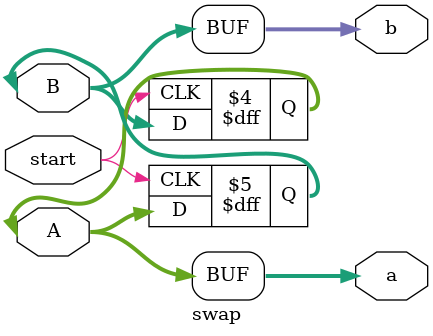
<source format=v>
`timescale 1ns / 1ps


module swap(
    input  [7:0] A,
    input  [7:0] B,
    output reg  [7:0] a,
    output  reg [7:0] b,
    input  start
    );
   reg [7:0] temp;
  always @(posedge start)
   begin
   if(start==1) begin
   a<=b;
   b<=a;
   end
   end
   always @(A,B)
   begin 
   a<=A;
   b<=B;
    end
/*    always @(A,B,posedge start)
      begin
      if(start==1) begin
      temp=a;
      a=b;
      b=temp;
      end
      else begin 
      a=A;
      b=B;
       end
       end*/
endmodule

</source>
